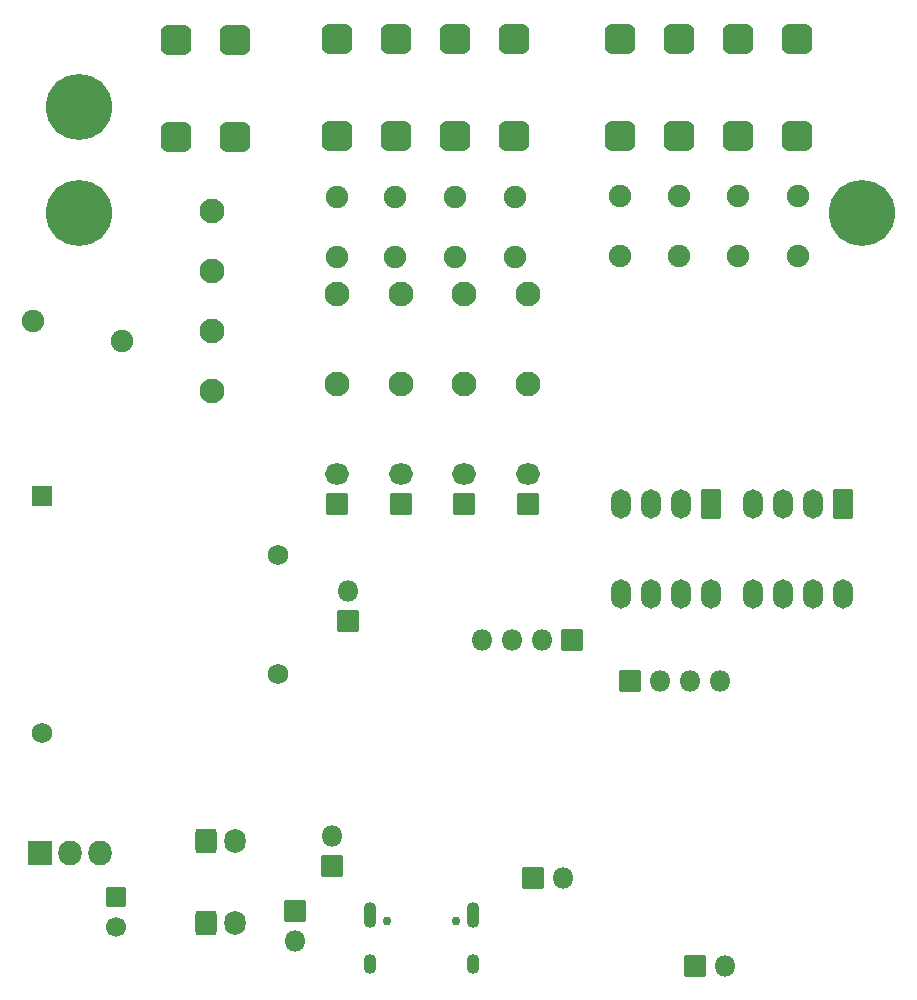
<source format=gbs>
G04 #@! TF.GenerationSoftware,KiCad,Pcbnew,(6.0.4)*
G04 #@! TF.CreationDate,2022-06-04T02:19:53+02:00*
G04 #@! TF.ProjectId,hamodule,68616d6f-6475-46c6-952e-6b696361645f,rev?*
G04 #@! TF.SameCoordinates,Original*
G04 #@! TF.FileFunction,Soldermask,Bot*
G04 #@! TF.FilePolarity,Negative*
%FSLAX46Y46*%
G04 Gerber Fmt 4.6, Leading zero omitted, Abs format (unit mm)*
G04 Created by KiCad (PCBNEW (6.0.4)) date 2022-06-04 02:19:53*
%MOMM*%
%LPD*%
G01*
G04 APERTURE LIST*
G04 Aperture macros list*
%AMRoundRect*
0 Rectangle with rounded corners*
0 $1 Rounding radius*
0 $2 $3 $4 $5 $6 $7 $8 $9 X,Y pos of 4 corners*
0 Add a 4 corners polygon primitive as box body*
4,1,4,$2,$3,$4,$5,$6,$7,$8,$9,$2,$3,0*
0 Add four circle primitives for the rounded corners*
1,1,$1+$1,$2,$3*
1,1,$1+$1,$4,$5*
1,1,$1+$1,$6,$7*
1,1,$1+$1,$8,$9*
0 Add four rect primitives between the rounded corners*
20,1,$1+$1,$2,$3,$4,$5,0*
20,1,$1+$1,$4,$5,$6,$7,0*
20,1,$1+$1,$6,$7,$8,$9,0*
20,1,$1+$1,$8,$9,$2,$3,0*%
G04 Aperture macros list end*
%ADD10C,1.900000*%
%ADD11RoundRect,0.050000X-0.850000X-0.850000X0.850000X-0.850000X0.850000X0.850000X-0.850000X0.850000X0*%
%ADD12O,1.800000X1.800000*%
%ADD13RoundRect,0.300000X-0.600000X-0.750000X0.600000X-0.750000X0.600000X0.750000X-0.600000X0.750000X0*%
%ADD14O,1.800000X2.100000*%
%ADD15RoundRect,0.050000X0.850000X0.850000X-0.850000X0.850000X-0.850000X-0.850000X0.850000X-0.850000X0*%
%ADD16RoundRect,0.050000X-0.825000X-0.825000X0.825000X-0.825000X0.825000X0.825000X-0.825000X0.825000X0*%
%ADD17C,1.750000*%
%ADD18RoundRect,0.050000X-0.952500X-1.000000X0.952500X-1.000000X0.952500X1.000000X-0.952500X1.000000X0*%
%ADD19O,2.005000X2.100000*%
%ADD20C,2.100000*%
%ADD21RoundRect,0.050000X0.850000X-0.850000X0.850000X0.850000X-0.850000X0.850000X-0.850000X-0.850000X0*%
%ADD22O,2.050000X1.800000*%
%ADD23RoundRect,0.675000X0.625000X0.625000X-0.625000X0.625000X-0.625000X-0.625000X0.625000X-0.625000X0*%
%ADD24C,5.600000*%
%ADD25RoundRect,0.050000X-0.800000X1.200000X-0.800000X-1.200000X0.800000X-1.200000X0.800000X1.200000X0*%
%ADD26O,1.700000X2.500000*%
%ADD27C,0.750000*%
%ADD28O,1.100000X2.200000*%
%ADD29O,1.100000X1.700000*%
%ADD30RoundRect,0.050000X-0.800000X0.800000X-0.800000X-0.800000X0.800000X-0.800000X0.800000X0.800000X0*%
%ADD31C,1.700000*%
%ADD32RoundRect,0.050000X-0.850000X0.850000X-0.850000X-0.850000X0.850000X-0.850000X0.850000X0.850000X0*%
G04 APERTURE END LIST*
D10*
X183070500Y-89090500D03*
X183070500Y-84010500D03*
X193128900Y-89090500D03*
X193128900Y-84010500D03*
X154100000Y-89180000D03*
X154100000Y-84100000D03*
X188099700Y-89090500D03*
X188099700Y-84010500D03*
X164100000Y-89140000D03*
X164100000Y-84060000D03*
X178092100Y-89090500D03*
X178092100Y-84010500D03*
X169200000Y-89140000D03*
X169200000Y-84060000D03*
X159000000Y-89140000D03*
X159000000Y-84060000D03*
D11*
X150558500Y-144538700D03*
D12*
X150558500Y-147078700D03*
D10*
X128386500Y-94623500D03*
X135886500Y-96256830D03*
D13*
X143009300Y-138603500D03*
D14*
X145509300Y-138603500D03*
D15*
X155080500Y-119965500D03*
D12*
X155080500Y-117425500D03*
D16*
X129136100Y-109443500D03*
D17*
X129136100Y-129443500D03*
X149136100Y-124443500D03*
X149136100Y-114443500D03*
D18*
X128960000Y-139600000D03*
D19*
X131500000Y-139600000D03*
X134040000Y-139600000D03*
D20*
X154100000Y-92300000D03*
X154100000Y-99920000D03*
D21*
X154100000Y-110080000D03*
D22*
X154100000Y-107540000D03*
D20*
X159500000Y-92300000D03*
X159500000Y-99920000D03*
D21*
X159500000Y-110080000D03*
D22*
X159500000Y-107540000D03*
D20*
X170300000Y-92300000D03*
X170300000Y-99920000D03*
D21*
X170300000Y-110080000D03*
D22*
X170300000Y-107540000D03*
D23*
X169146500Y-78953500D03*
X169146500Y-70753501D03*
X164146500Y-78953500D03*
X164146500Y-70753501D03*
X159146500Y-78953500D03*
X159146500Y-70753501D03*
X154146500Y-78953500D03*
X154146500Y-70753501D03*
X145500100Y-78977099D03*
X145500100Y-70777100D03*
X140500100Y-78977099D03*
X140500100Y-70777100D03*
X193106500Y-78913499D03*
X193106500Y-70713500D03*
X188106500Y-78913499D03*
X188106500Y-70713500D03*
X183106500Y-78913499D03*
X183106500Y-70713500D03*
X178106500Y-78913499D03*
X178106500Y-70713500D03*
D20*
X143546500Y-85283500D03*
X143536500Y-90363500D03*
D24*
X198564500Y-85407500D03*
X132270500Y-85407500D03*
D20*
X164900000Y-92300000D03*
X164900000Y-99920000D03*
D21*
X164900000Y-110080000D03*
D22*
X164900000Y-107540000D03*
D24*
X132256500Y-76503500D03*
D25*
X185751274Y-110118320D03*
D26*
X183211274Y-110118320D03*
X180671274Y-110118320D03*
X178131274Y-110118320D03*
X178131274Y-117738320D03*
X180671274Y-117738320D03*
X183211274Y-117738320D03*
X185751274Y-117738320D03*
D25*
X196927274Y-110118320D03*
D26*
X194387274Y-110118320D03*
X191847274Y-110118320D03*
X189307274Y-110118320D03*
X189307274Y-117738320D03*
X191847274Y-117738320D03*
X194387274Y-117738320D03*
X196927274Y-117738320D03*
D13*
X143009300Y-145580100D03*
D14*
X145509300Y-145580100D03*
D21*
X178955700Y-125082300D03*
D12*
X181495700Y-125082300D03*
X184035700Y-125082300D03*
X186575700Y-125082300D03*
D21*
X184442100Y-149161500D03*
D12*
X186982100Y-149161500D03*
D15*
X153733500Y-140708300D03*
D12*
X153733500Y-138168300D03*
D21*
X170700700Y-141719300D03*
D12*
X173240700Y-141719300D03*
D27*
X164163000Y-145400900D03*
X158383000Y-145400900D03*
D28*
X165593000Y-144870900D03*
D29*
X156953000Y-149050900D03*
D28*
X156953000Y-144870900D03*
D29*
X165593000Y-149050900D03*
D20*
X143546500Y-95413500D03*
X143536500Y-100493500D03*
D30*
X135400000Y-143400000D03*
D31*
X135400000Y-145900000D03*
D32*
X174000000Y-121600000D03*
D12*
X171460000Y-121600000D03*
X168920000Y-121600000D03*
X166380000Y-121600000D03*
M02*

</source>
